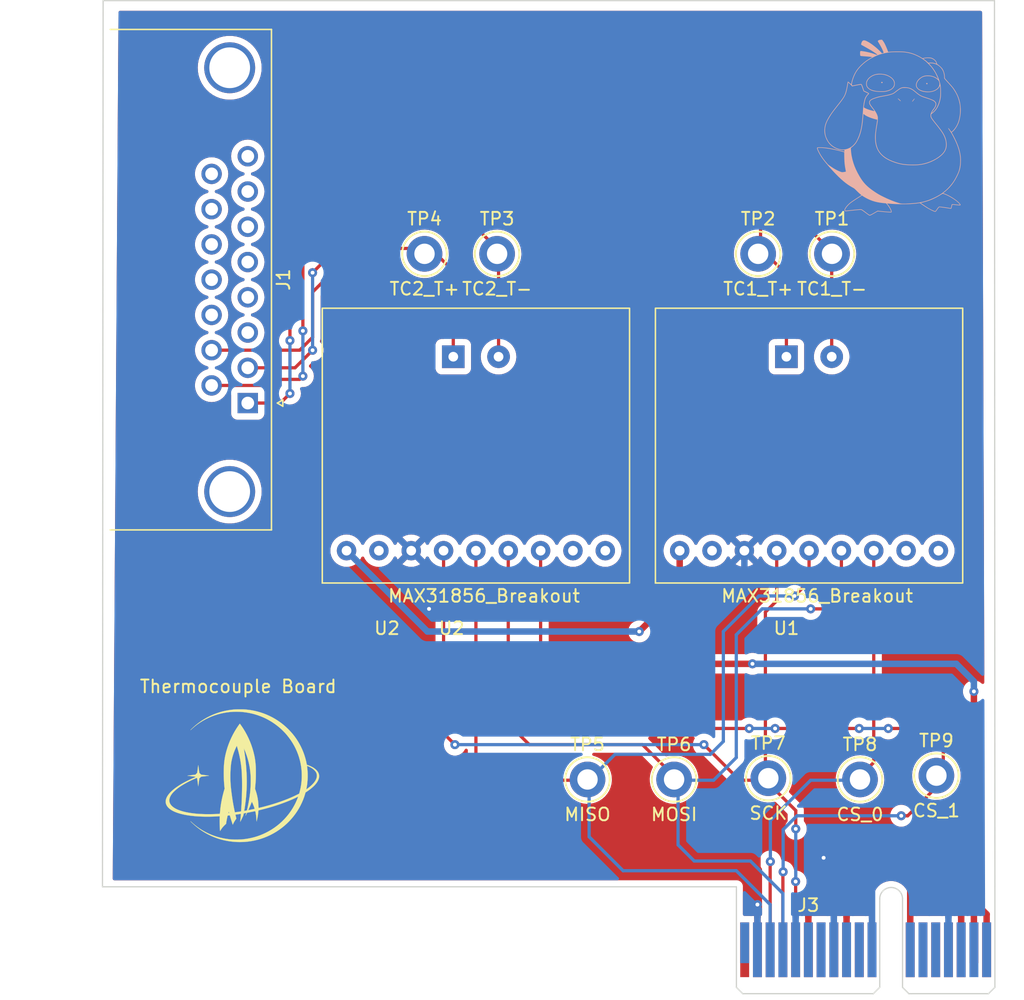
<source format=kicad_pcb>
(kicad_pcb (version 20211014) (generator pcbnew)
  (layers (0 "F.Cu" signal) (31 "B.Cu" signal) (34 "B.Paste" user) (35 "F.Paste" user) (36 "B.SilkS" user "B.Silkscreen") (37 "F.SilkS" user "F.Silkscreen") (38 "B.Mask" user) (39 "F.Mask" user) (44 "Edge.Cuts" user))
  (net 0 "")
  (net 1 "/TC1_T-")
  (net 2 "/TC1_T+")
  (net 3 "/TC2_T-")
  (net 4 "/TC2_T+")
  (net 6 "GND")
  (net 17 "+3.3V")
  (net 18 "/SPI_MISO")
  (net 19 "/SPI_MOSI")
  (net 20 "/SPI_SCK")
  (net 21 "/SPI_CS_0")
  (net 22 "/SPI_CS_1")
  (footprint "TestPoint:TestPoint_Keystone_5010-5014_Multipurpose" (layer "F.Cu") (at 217.4 121)
    (fp_text reference "TP7" (at 0 -2.75) (layer "F.SilkS"))
    (fp_text value "SCK" (at 0 2.75) (layer "F.SilkS"))
    (pad "1" thru_hole circle (at 0 0) (size 2.8 2.8) (drill 1.6) (layers *.Cu *.Mask) (net 20 "/SPI_SCK"))
  )
  (footprint "TestPoint:TestPoint_Keystone_5010-5014_Multipurpose" (layer "F.Cu") (at 196.1 79.8)
    (fp_text reference "TP3" (at 0 -2.75) (layer "F.SilkS"))
    (fp_text value "TC2_T-" (at 0 2.75) (layer "F.SilkS"))
    (pad "1" thru_hole circle (at 0 0) (size 2.8 2.8) (drill 1.6) (layers *.Cu *.Mask) (net 3 "/TC2_T-"))
  )
  (footprint "TestPoint:TestPoint_Keystone_5010-5014_Multipurpose" (layer "F.Cu") (at 203.2 121.1)
    (fp_text reference "TP5" (at 0 -2.75) (layer "F.SilkS"))
    (fp_text value "MISO" (at 0 2.75) (layer "F.SilkS"))
    (pad "1" thru_hole circle (at 0 0) (size 2.8 2.8) (drill 1.6) (layers *.Cu *.Mask) (net 18 "/SPI_MISO"))
  )
  (footprint "DSUB_622-015-260-042:DSUB_622-015-260-042" (layer "F.Cu") (at 176.520331 91.525 -90)
    (fp_text reference "J1" (at -9.695 -2.8 90) (layer "F.SilkS"))
    (fp_text value "DB15_Female")
    (pad "0" thru_hole circle (at -26.345 1.42 270) (size 4 4) (drill 3.2) (layers *.Cu *.Mask))
    (pad "0" thru_hole circle (at 6.955 1.42 270) (size 4 4) (drill 3.2) (layers *.Cu *.Mask))
    (pad "1" thru_hole rect (at 0 0 270) (size 1.6 1.6) (drill 1) (layers *.Cu *.Mask) (net 1 "/TC1_T-"))
    (pad "2" thru_hole circle (at -2.77 0 270) (size 1.6 1.6) (drill 1) (layers *.Cu *.Mask) (net 3 "/TC2_T-"))
    (pad "3" thru_hole circle (at -5.54 0 270) (size 1.6 1.6) (drill 1) (layers *.Cu *.Mask))
    (pad "4" thru_hole circle (at -8.31 0 270) (size 1.6 1.6) (drill 1) (layers *.Cu *.Mask))
    (pad "5" thru_hole circle (at -11.08 0 270) (size 1.6 1.6) (drill 1) (layers *.Cu *.Mask))
    (pad "6" thru_hole circle (at -13.85 0 270) (size 1.6 1.6) (drill 1) (layers *.Cu *.Mask))
    (pad "7" thru_hole circle (at -16.62 0 270) (size 1.6 1.6) (drill 1) (layers *.Cu *.Mask))
    (pad "8" thru_hole circle (at -19.39 0 270) (size 1.6 1.6) (drill 1) (layers *.Cu *.Mask))
    (pad "9" thru_hole circle (at -1.385 2.84 270) (size 1.6 1.6) (drill 1) (layers *.Cu *.Mask) (net 2 "/TC1_T+"))
    (pad "10" thru_hole circle (at -4.155 2.84 270) (size 1.6 1.6) (drill 1) (layers *.Cu *.Mask) (net 4 "/TC2_T+"))
    (pad "11" thru_hole circle (at -6.925 2.84 270) (size 1.6 1.6) (drill 1) (layers *.Cu *.Mask))
    (pad "12" thru_hole circle (at -9.695 2.84 270) (size 1.6 1.6) (drill 1) (layers *.Cu *.Mask))
    (pad "13" thru_hole circle (at -12.465 2.84 270) (size 1.6 1.6) (drill 1) (layers *.Cu *.Mask))
    (pad "14" thru_hole circle (at -15.235 2.84 270) (size 1.6 1.6) (drill 1) (layers *.Cu *.Mask))
    (pad "15" thru_hole circle (at -18.005 2.84 270) (size 1.6 1.6) (drill 1) (layers *.Cu *.Mask))
  )
  (footprint "MAX31856_Breakout:MAX31856_Breakout" (layer "F.Cu") (at 195.072 91.44)
    (fp_text reference "U2" (at -7.62 17.78 unlocked) (layer "F.SilkS"))
    (fp_text value "MAX31856_Breakout" (at 0 15.24 unlocked) (layer "F.SilkS"))
    (fp_text user "${REFERENCE}" (at -2.54 17.78 unlocked) (layer "F.SilkS"))
    (pad "1" thru_hole circle (at 1.143 -3.556 90) (size 1.778 1.778) (drill 0.762) (layers *.Cu *.Mask) (net 3 "/TC2_T-"))
    (pad "2" thru_hole rect (at -2.413 -3.556 90) (size 1.778 1.778) (drill 0.762) (layers *.Cu *.Mask) (net 4 "/TC2_T+"))
    (pad "3" thru_hole circle (at 9.525 11.684 90) (size 1.524 1.524) (drill 0.762) (layers *.Cu *.Mask))
    (pad "4" thru_hole circle (at 6.985 11.684 90) (size 1.524 1.524) (drill 0.762) (layers *.Cu *.Mask))
    (pad "5" thru_hole circle (at 4.445 11.684 90) (size 1.524 1.524) (drill 0.762) (layers *.Cu *.Mask) (net 22 "/SPI_CS_1"))
    (pad "6" thru_hole circle (at 1.905 11.684 90) (size 1.524 1.524) (drill 0.762) (layers *.Cu *.Mask) (net 19 "/SPI_MOSI"))
    (pad "7" thru_hole circle (at -0.635 11.684 90) (size 1.524 1.524) (drill 0.762) (layers *.Cu *.Mask) (net 18 "/SPI_MISO"))
    (pad "8" thru_hole circle (at -3.175 11.684 90) (size 1.524 1.524) (drill 0.762) (layers *.Cu *.Mask) (net 20 "/SPI_SCK"))
    (pad "9" thru_hole circle (at -5.715 11.684 90) (size 1.524 1.524) (drill 0.762) (layers *.Cu *.Mask) (net 6 "GND"))
    (pad "10" thru_hole circle (at -8.255 11.684 90) (size 1.524 1.524) (drill 0.762) (layers *.Cu *.Mask))
    (pad "11" thru_hole circle (at -10.795 11.684 90) (size 1.524 1.524) (drill 0.762) (layers *.Cu *.Mask) (net 17 "+3.3V"))
  )
  (footprint "TestPoint:TestPoint_Keystone_5010-5014_Multipurpose" (layer "F.Cu") (at 216.6 79.8)
    (fp_text reference "TP2" (at 0 -2.75) (layer "F.SilkS"))
    (fp_text value "TC1_T+" (at 0 2.75) (layer "F.SilkS"))
    (pad "1" thru_hole circle (at 0 0) (size 2.8 2.8) (drill 1.6) (layers *.Cu *.Mask) (net 2 "/TC1_T+"))
  )
  (footprint "TestPoint:TestPoint_Keystone_5010-5014_Multipurpose" (layer "F.Cu") (at 210 121.1)
    (fp_text reference "TP6" (at 0 -2.75) (layer "F.SilkS"))
    (fp_text value "MOSI" (at 0 2.75) (layer "F.SilkS"))
    (pad "1" thru_hole circle (at 0 0) (size 2.8 2.8) (drill 1.6) (layers *.Cu *.Mask) (net 19 "/SPI_MOSI"))
  )
  (footprint "TestPoint:TestPoint_Keystone_5010-5014_Multipurpose" (layer "F.Cu") (at 230.6 120.8)
    (fp_text reference "TP9" (at 0 -2.75) (layer "F.SilkS"))
    (fp_text value "CS_1" (at 0 2.75) (layer "F.SilkS"))
    (pad "1" thru_hole circle (at 0 0) (size 2.8 2.8) (drill 1.6) (layers *.Cu *.Mask) (net 22 "/SPI_CS_1"))
  )
  (footprint "TestPoint:TestPoint_Keystone_5010-5014_Multipurpose" (layer "F.Cu") (at 224.6 121.1)
    (fp_text reference "TP8" (at 0 -2.75) (layer "F.SilkS"))
    (fp_text value "CS_0" (at 0 2.75) (layer "F.SilkS"))
    (pad "1" thru_hole circle (at 0 0) (size 2.8 2.8) (drill 1.6) (layers *.Cu *.Mask) (net 21 "/SPI_CS_0"))
  )
  (footprint "star-common-lib:star_12x10" (layer "F.Cu") (at 176.1 120.8)
    (fp_text reference "G***" hide)
    (fp_text value "LOGO" hide)
  )
  (footprint "PCIe_x1_card_edge:PCIe_x1_card_edge" (layer "F.Cu") (at 215.544 134.481)
    (fp_text reference "J3" (at 5 -3.5) (layer "F.SilkS"))
    (fp_text value "PCIE-LP-01-01-F-DV-A-TR")
    (fp_line (start 12.395 2.95) (end 12.895 3.45) (layer "Edge.Cuts") (width 0.1))
    (fp_line (start -0.65 2.95) (end -0.15 3.45) (layer "Edge.Cuts") (width 0.1))
    (fp_line (start -0.15 3.45) (end 10.105 3.45) (layer "Edge.Cuts") (width 0.1))
    (fp_line (start 10.605 2.95) (end 10.105 3.45) (layer "Edge.Cuts") (width 0.1))
    (fp_line (start -0.65 -4.95) (end -0.65 2.95) (layer "Edge.Cuts") (width 0.1))
    (fp_line (start 12.895 3.45) (end 19.15 3.45) (layer "Edge.Cuts") (width 0.1))
    (fp_line (start 12.395 -4) (end 12.395 2.95) (layer "Edge.Cuts") (width 0.1))
    (fp_line (start 19.65 2.95) (end 19.15 3.45) (layer "Edge.Cuts") (width 0.1))
    (fp_line (start 19.65 -4.95) (end 19.65 2.95) (layer "Edge.Cuts") (width 0.1))
    (fp_line (start 10.605 -4) (end 10.605 2.95) (layer "Edge.Cuts") (width 0.1))
    (fp_arc (start 10.605 -4) (mid 11.5 -4.895) (end 12.395 -4) (layer "Edge.Cuts") (width 0.1))
    (pad "A1" connect rect (at 0 -0.55) (size 0.7 3.2) (layers "B.Cu" "B.Mask"))
    (pad "A2" connect rect (at 1 0) (size 0.7 4.3) (layers "B.Cu" "B.Mask") (net 6 "GND"))
    (pad "A3" connect rect (at 2 0) (size 0.7 4.3) (layers "B.Cu" "B.Mask") (net 18 "/SPI_MISO"))
    (pad "A4" connect rect (at 3 0) (size 0.7 4.3) (layers "B.Cu" "B.Mask") (net 19 "/SPI_MOSI"))
    (pad "A5" connect rect (at 4 0) (size 0.7 4.3) (layers "B.Cu" "B.Mask") (net 6 "GND"))
    (pad "A6" connect rect (at 5 0) (size 0.7 4.3) (layers "B.Cu" "B.Mask"))
    (pad "A7" connect rect (at 6 0) (size 0.7 4.3) (layers "B.Cu" "B.Mask"))
    (pad "A8" connect rect (at 7 0) (size 0.7 4.3) (layers "B.Cu" "B.Mask") (net 6 "GND"))
    (pad "A9" connect rect (at 8 0) (size 0.7 4.3) (layers "B.Cu" "B.Mask"))
    (pad "A10" connect rect (at 9 0) (size 0.7 4.3) (layers "B.Cu" "B.Mask"))
    (pad "A11" connect rect (at 10 0) (size 0.7 4.3) (layers "B.Cu" "B.Mask") (net 6 "GND"))
    (pad "A12" connect rect (at 13 0) (size 0.7 4.3) (layers "B.Cu" "B.Mask"))
    (pad "A13" connect rect (at 14 0) (size 0.7 4.3) (layers "B.Cu" "B.Mask"))
    (pad "A14" connect rect (at 15 0) (size 0.7 4.3) (layers "B.Cu" "B.Mask"))
    (pad "A15" connect rect (at 16 0) (size 0.7 4.3) (layers "B.Cu" "B.Mask") (net 6 "GND"))
    (pad "A16" connect rect (at 17 0) (size 0.7 4.3) (layers "B.Cu" "B.Mask"))
    (pad "A17" connect rect (at 18 0) (size 0.7 4.3) (layers "B.Cu" "B.Mask"))
    (pad "A18" connect rect (at 19 0) (size 0.7 4.3) (layers "B.Cu" "B.Mask"))
    (pad "B1" connect rect (at 0 0) (size 0.7 4.3) (layers "F.Cu" "F.Mask"))
    (pad "B2" connect rect (at 1 0) (size 0.7 4.3) (layers "F.Cu" "F.Mask") (net 6 "GND"))
    (pad "B3" connect rect (at 2 0) (size 0.7 4.3) (layers "F.Cu" "F.Mask") (net 21 "/SPI_CS_0"))
    (pad "B4" connect rect (at 3 0) (size 0.7 4.3) (layers "F.Cu" "F.Mask") (net 22 "/SPI_CS_1"))
    (pad "B5" connect rect (at 4 0) (size 0.7 4.3) (layers "F.Cu" "F.Mask") (net 20 "/SPI_SCK"))
    (pad "B6" connect rect (at 5 0) (size 0.7 4.3) (layers "F.Cu" "F.Mask") (net 6 "GND"))
    (pad "B7" connect rect (at 6 0) (size 0.7 4.3) (layers "F.Cu" "F.Mask"))
    (pad "B8" connect rect (at 7 0) (size 0.7 4.3) (layers "F.Cu" "F.Mask"))
    (pad "B9" connect rect (at 8 0) (size 0.7 4.3) (layers "F.Cu" "F.Mask") (net 6 "GND"))
    (pad "B10" connect rect (at 9 0) (size 0.7 4.3) (layers "F.Cu" "F.Mask"))
    (pad "B11" connect rect (at 10 0) (size 0.7 4.3) (layers "F.Cu" "F.Mask"))
    (pad "B12" connect rect (at 13 0) (size 0.7 4.3) (layers "F.Cu" "F.Mask") (net 6 "GND"))
    (pad "B13" connect rect (at 14 0) (size 0.7 4.3) (layers "F.Cu" "F.Mask"))
    (pad "B14" connect rect (at 15 0) (size 0.7 4.3) (layers "F.Cu" "F.Mask"))
    (pad "B15" connect rect (at 16 0) (size 0.7 4.3) (layers "F.Cu" "F.Mask"))
    (pad "B16" connect rect (at 17 0) (size 0.7 4.3) (layers "F.Cu" "F.Mask") (net 6 "GND"))
    (pad "B17" connect rect (at 18 -0.55) (size 0.7 3.2) (layers "F.Cu" "F.Mask") (net 17 "+3.3V"))
    (pad "B18" connect rect (at 19 0) (size 0.7 4.3) (layers "F.Cu" "F.Mask") (net 17 "+3.3V"))
  )
  (footprint "MAX31856_Breakout:MAX31856_Breakout" (layer "F.Cu") (at 221.234 91.44)
    (fp_text reference "U1" (at -2.413 17.78 unlocked) (layer "F.SilkS"))
    (fp_text value "MAX31856_Breakout" (at 0 15.24 unlocked) (layer "F.SilkS"))
    (pad "1" thru_hole circle (at 1.143 -3.556 90) (size 1.778 1.778) (drill 0.762) (layers *.Cu *.Mask) (net 1 "/TC1_T-"))
    (pad "2" thru_hole rect (at -2.413 -3.556 90) (size 1.778 1.778) (drill 0.762) (layers *.Cu *.Mask) (net 2 "/TC1_T+"))
    (pad "3" thru_hole circle (at 9.525 11.684 90) (size 1.524 1.524) (drill 0.762) (layers *.Cu *.Mask))
    (pad "4" thru_hole circle (at 6.985 11.684 90) (size 1.524 1.524) (drill 0.762) (layers *.Cu *.Mask))
    (pad "5" thru_hole circle (at 4.445 11.684 90) (size 1.524 1.524) (drill 0.762) (layers *.Cu *.Mask) (net 21 "/SPI_CS_0"))
    (pad "6" thru_hole circle (at 1.905 11.684 90) (size 1.524 1.524) (drill 0.762) (layers *.Cu *.Mask) (net 19 "/SPI_MOSI"))
    (pad "7" thru_hole circle (at -0.635 11.684 90) (size 1.524 1.524) (drill 0.762) (layers *.Cu *.Mask) (net 18 "/SPI_MISO"))
    (pad "8" thru_hole circle (at -3.175 11.684 90) (size 1.524 1.524) (drill 0.762) (layers *.Cu *.Mask) (net 20 "/SPI_SCK"))
    (pad "9" thru_hole circle (at -5.715 11.684 90) (size 1.524 1.524) (drill 0.762) (layers *.Cu *.Mask) (net 6 "GND"))
    (pad "10" thru_hole circle (at -8.255 11.684 90) (size 1.524 1.524) (drill 0.762) (layers *.Cu *.Mask))
    (pad "11" thru_hole circle (at -10.795 11.684 90) (size 1.524 1.524) (drill 0.762) (layers *.Cu *.Mask) (net 17 "+3.3V"))
  )
  (footprint "TestPoint:TestPoint_Keystone_5010-5014_Multipurpose" (layer "F.Cu") (at 190.4 79.8)
    (fp_text reference "TP4" (at 0 -2.75) (layer "F.SilkS"))
    (fp_text value "TC2_T+" (at 0 2.75) (layer "F.SilkS"))
    (pad "1" thru_hole circle (at 0 0) (size 2.8 2.8) (drill 1.6) (layers *.Cu *.Mask) (net 4 "/TC2_T+"))
  )
  (footprint "TestPoint:TestPoint_Keystone_5010-5014_Multipurpose" (layer "F.Cu") (at 222.4 79.8)
    (fp_text reference "TP1" (at 0 -2.75) (layer "F.SilkS"))
    (fp_text value "TC1_T-" (at 0 2.75) (layer "F.SilkS"))
    (pad "1" thru_hole circle (at 0 0) (size 2.8 2.8) (drill 1.6) (layers *.Cu *.Mask) (net 1 "/TC1_T-"))
  )
  (footprint "LOGO" (layer "B.Cu") (at 227.076 69.85 180)
    (fp_text reference "G***" hide)
    (fp_text value "LOGO" hide)
  )
  (gr_line (start 235.16 59.906) (end 235.194 129.531) (layer "Edge.Cuts") (width 0.1))
  (gr_line (start 165.16 59.906) (end 165.11 129.531) (layer "Edge.Cuts") (width 0.1))
  (gr_line (start 165.16 59.906) (end 235.16 59.906) (layer "Edge.Cuts") (width 0.1))
  (gr_line (start 214.894 129.531) (end 165.11 129.531) (layer "Edge.Cuts") (width 0.1))
  (gr_text "Thermocouple Board" (at 175.768 113.792) (layer "F.SilkS") (effects (font (size 1 1))))
  (segment (start 180.086 79.248) (end 179.832 79.502) (width 0.254) (layer "F.Cu") (net 1))
  (segment (start 179.832 90.7729) (end 179.0799 91.525) (width 0.254) (layer "F.Cu") (net 1))
  (segment (start 184.15 75.184) (end 180.086 79.248) (width 0.254) (layer "F.Cu") (net 1))
  (segment (start 222.377 87.884) (end 222.377 79.629) (width 0.254) (layer "F.Cu") (net 1))
  (segment (start 222.377 79.629) (end 222.25 79.502) (width 0.254) (layer "F.Cu") (net 1))
  (segment (start 216.662 75.184) (end 184.15 75.184) (width 0.254) (layer "F.Cu") (net 1))
  (segment (start 222.25 79.502) (end 217.932 75.184) (width 0.254) (layer "F.Cu") (net 1))
  (segment (start 179.0799 91.525) (end 176.520331 91.525) (width 0.254) (layer "F.Cu") (net 1))
  (segment (start 217.932 75.184) (end 216.662 75.184) (width 0.254) (layer "F.Cu") (net 1))
  (segment (start 179.832 79.502) (end 179.832 86.614) (width 0.254) (layer "F.Cu") (net 1))
  (via (at 179.832 86.614) (size 0.7112) (drill 0.3048) (layers "F.Cu" "B.Cu") (net 1))
  (via (at 179.832 90.7729) (size 0.7112) (drill 0.3048) (layers "F.Cu" "B.Cu") (net 1))
  (segment (start 179.832 86.614) (end 179.832 90.7729) (width 0.254) (layer "B.Cu") (net 1))
  (segment (start 180.594 89.662) (end 178.562 89.662) (width 0.254) (layer "F.Cu") (net 2))
  (segment (start 218.821 81.407) (end 216.789 79.375) (width 0.254) (layer "F.Cu") (net 2))
  (segment (start 216.789 79.375) (end 216.789 77.343) (width 0.254) (layer "F.Cu") (net 2))
  (segment (start 180.848 80.01) (end 180.848 80.264) (width 0.254) (layer "F.Cu") (net 2))
  (segment (start 178.562 89.662) (end 178.084 90.14) (width 0.254) (layer "F.Cu") (net 2))
  (segment (start 218.821 87.884) (end 218.821 81.407) (width 0.254) (layer "F.Cu") (net 2))
  (segment (start 215.646 76.2) (end 184.658 76.2) (width 0.254) (layer "F.Cu") (net 2))
  (segment (start 180.848 80.264) (end 180.848 85.852) (width 0.254) (layer "F.Cu") (net 2))
  (segment (start 184.658 76.2) (end 180.848 80.01) (width 0.254) (layer "F.Cu") (net 2))
  (segment (start 178.084 90.14) (end 173.680331 90.14) (width 0.254) (layer "F.Cu") (net 2))
  (segment (start 180.848 89.408) (end 180.594 89.662) (width 0.254) (layer "F.Cu") (net 2))
  (segment (start 216.789 77.343) (end 215.646 76.2) (width 0.254) (layer "F.Cu") (net 2))
  (via (at 180.848 89.408) (size 0.7112) (drill 0.3048) (layers "F.Cu" "B.Cu") (net 2))
  (via (at 180.848 85.852) (size 0.7112) (drill 0.3048) (layers "F.Cu" "B.Cu") (net 2))
  (segment (start 180.848 85.852) (end 180.848 89.408) (width 0.254) (layer "B.Cu") (net 2))
  (segment (start 196.215 79.502) (end 196.088 79.375) (width 0.254) (layer "F.Cu") (net 3))
  (segment (start 180.231 88.755) (end 176.520331 88.755) (width 0.254) (layer "F.Cu") (net 3))
  (segment (start 193.675 76.962) (end 185.928 76.962) (width 0.254) (layer "F.Cu") (net 3))
  (segment (start 185.928 76.962) (end 181.61 81.28) (width 0.254) (layer "F.Cu") (net 3))
  (segment (start 196.088 79.375) (end 193.675 76.962) (width 0.254) (layer "F.Cu") (net 3))
  (segment (start 181.61 87.376) (end 180.231 88.755) (width 0.254) (layer "F.Cu") (net 3))
  (segment (start 196.215 87.884) (end 196.215 79.502) (width 0.254) (layer "F.Cu") (net 3))
  (via (at 181.61 87.376) (size 0.7112) (drill 0.3048) (layers "F.Cu" "B.Cu") (net 3))
  (via (at 181.61 81.28) (size 0.7112) (drill 0.3048) (layers "F.Cu" "B.Cu") (net 3))
  (segment (start 181.61 81.28) (end 181.61 87.376) (width 0.254) (layer "B.Cu") (net 3))
  (segment (start 181.61 82.804) (end 181.61 86.36) (width 0.254) (layer "F.Cu") (net 4))
  (segment (start 192.659 87.884) (end 192.659 81.153) (width 0.254) (layer "F.Cu") (net 4))
  (segment (start 180.6 87.37) (end 173.680331 87.37) (width 0.254) (layer "F.Cu") (net 4))
  (segment (start 181.61 86.36) (end 180.6 87.37) (width 0.254) (layer "F.Cu") (net 4))
  (segment (start 185.039 79.375) (end 181.61 82.804) (width 0.254) (layer "F.Cu") (net 4))
  (segment (start 190.881 79.375) (end 185.039 79.375) (width 0.254) (layer "F.Cu") (net 4))
  (segment (start 192.659 81.153) (end 190.881 79.375) (width 0.254) (layer "F.Cu") (net 4))
  (segment (start 220.544 129.722) (end 223.012 127.254) (width 0.508) (layer "F.Cu") (net 6))
  (segment (start 232.544 134.481) (end 232.544 129.674) (width 0.508) (layer "F.Cu") (net 6))
  (segment (start 219.964 127) (end 218.186 125.222) (width 0.508) (layer "F.Cu") (net 6))
  (segment (start 221.742 127.254) (end 220.218 127.254) (width 0.508) (layer "F.Cu") (net 6))
  (segment (start 223.544 134.481) (end 223.544 129.008) (width 0.508) (layer "F.Cu") (net 6))
  (segment (start 223.544 129.008) (end 225.298 127.254) (width 0.508) (layer "F.Cu") (net 6))
  (segment (start 228.544 128.468) (end 227.33 127.254) (width 0.508) (layer "F.Cu") (net 6))
  (segment (start 190.754 121.666) (end 190.754 107.696) (width 0.508) (layer "F.Cu") (net 6))
  (segment (start 227.33 127.254) (end 225.298 127.254) (width 0.508) (layer "F.Cu") (net 6))
  (segment (start 216.544 134.481) (end 216.544 130.928) (width 0.508) (layer "F.Cu") (net 6))
  (segment (start 228.544 134.481) (end 228.544 128.468) (width 0.508) (layer "F.Cu") (net 6))
  (segment (start 194.31 125.222) (end 190.754 121.666) (width 0.508) (layer "F.Cu") (net 6))
  (segment (start 220.544 134.481) (end 220.544 129.722) (width 0.508) (layer "F.Cu") (net 6))
  (segment (start 208.534 125.222) (end 194.31 125.222) (width 0.508) (layer "F.Cu") (net 6))
  (segment (start 218.186 125.222) (end 215.392 125.222) (width 0.508) (layer "F.Cu") (net 6))
  (segment (start 223.012 127.254) (end 221.742 127.254) (width 0.508) (layer "F.Cu") (net 6))
  (segment (start 220.218 127.254) (end 219.964 127) (width 0.508) (layer "F.Cu") (net 6))
  (segment (start 232.544 129.674) (end 230.124 127.254) (width 0.508) (layer "F.Cu") (net 6))
  (segment (start 230.124 127.254) (end 227.33 127.254) (width 0.508) (layer "F.Cu") (net 6))
  (segment (start 216.544 126.374) (end 215.392 125.222) (width 0.508) (layer "F.Cu") (net 6))
  (segment (start 216.544 130.928) (end 216.544 126.374) (width 0.508) (layer "F.Cu") (net 6))
  (segment (start 225.298 127.254) (end 223.012 127.254) (width 0.508) (layer "F.Cu") (net 6))
  (segment (start 215.392 125.222) (end 208.534 125.222) (width 0.508) (layer "F.Cu") (net 6))
  (via (at 190.754 107.696) (size 0.7112) (drill 0.3048) (layers "F.Cu" "B.Cu") (net 6))
  (via (at 216.544 130.928) (size 0.7112) (drill 0.3048) (layers "F.Cu" "B.Cu") (net 6))
  (via (at 221.742 127.254) (size 0.7112) (drill 0.3048) (layers "F.Cu" "B.Cu") (net 6))
  (segment (start 231.544 134.481) (end 231.544 128.674) (width 0.508) (layer "B.Cu") (net 6))
  (segment (start 222.544 134.481) (end 222.544 128.738) (width 0.508) (layer "B.Cu") (net 6))
  (segment (start 190.754 107.696) (end 190.754 104.648) (width 0.508) (layer "B.Cu") (net 6))
  (segment (start 214.122 107.696) (end 215.519 106.299) (width 0.508) (layer "B.Cu") (net 6))
  (segment (start 190.754 104.648) (end 190.8175 104.5845) (width 0.508) (layer "B.Cu") (net 6))
  (segment (start 219.544 131.738) (end 222.544 128.738) (width 0.508) (layer "B.Cu") (net 6))
  (segment (start 215.519 106.299) (end 215.519 103.124) (width 0.508) (layer "B.Cu") (net 6))
  (segment (start 219.544 134.481) (end 219.544 131.738) (width 0.508) (layer "B.Cu") (net 6))
  (segment (start 193.929 107.696) (end 214.122 107.696) (width 0.508) (layer "B.Cu") (net 6))
  (segment (start 216.544 134.481) (end 216.544 130.928) (width 0.508) (layer "B.Cu") (net 6))
  (segment (start 224.028 127.254) (end 221.742 127.254) (width 0.508) (layer "B.Cu") (net 6))
  (segment (start 225.544 128.278) (end 226.568 127.254) (width 0.508) (layer "B.Cu") (net 6))
  (segment (start 231.544 128.674) (end 230.124 127.254) (width 0.508) (layer "B.Cu") (net 6))
  (segment (start 190.8175 104.5845) (end 193.929 107.696) (width 0.508) (layer "B.Cu") (net 6))
  (segment (start 222.544 128.738) (end 224.028 127.254) (width 0.508) (layer "B.Cu") (net 6))
  (segment (start 230.124 127.254) (end 226.568 127.254) (width 0.508) (layer "B.Cu") (net 6))
  (segment (start 225.544 134.481) (end 225.544 128.278) (width 0.508) (layer "B.Cu") (net 6))
  (segment (start 226.568 127.254) (end 224.028 127.254) (width 0.508) (layer "B.Cu") (net 6))
  (segment (start 189.357 103.124) (end 190.8175 104.5845) (width 0.508) (layer "B.Cu") (net 6))
  (segment (start 210.439 106.299) (end 210.439 103.124) (width 0.508) (layer "F.Cu") (net 17))
  (segment (start 208.153 108.585) (end 211.582 112.014) (width 0.508) (layer "F.Cu") (net 17))
  (segment (start 234.544 134.481) (end 234.544 131.692) (width 0.508) (layer "F.Cu") (net 17))
  (segment (start 211.582 112.014) (end 216.154 112.014) (width 0.508) (layer "F.Cu") (net 17))
  (segment (start 208.153 108.585) (end 210.439 106.299) (width 0.508) (layer "F.Cu") (net 17))
  (segment (start 207.264 109.474) (end 208.153 108.585) (width 0.508) (layer "F.Cu") (net 17))
  (segment (start 234.544 131.692) (end 233.544 130.692) (width 0.508) (layer "F.Cu") (net 17))
  (segment (start 233.544 130.692) (end 233.544 133.931) (width 0.508) (layer "F.Cu") (net 17))
  (segment (start 233.544 114.182) (end 233.544 130.692) (width 0.508) (layer "F.Cu") (net 17))
  (via (at 233.544 114.182) (size 0.7112) (drill 0.3048) (layers "F.Cu" "B.Cu") (net 17))
  (via (at 216.154 112.014) (size 0.7112) (drill 0.3048) (layers "F.Cu" "B.Cu") (net 17))
  (via (at 207.264 109.474) (size 0.7112) (drill 0.3048) (layers "F.Cu" "B.Cu") (net 17))
  (segment (start 184.277 103.124) (end 190.627 109.474) (width 0.508) (layer "B.Cu") (net 17))
  (segment (start 216.154 112.014) (end 232.156 112.014) (width 0.508) (layer "B.Cu") (net 17))
  (segment (start 233.544 113.402) (end 233.544 114.182) (width 0.508) (layer "B.Cu") (net 17))
  (segment (start 190.627 109.474) (end 207.264 109.474) (width 0.508) (layer "B.Cu") (net 17))
  (segment (start 232.156 112.014) (end 233.544 113.402) (width 0.508) (layer "B.Cu") (net 17))
  (segment (start 194.437 119.761) (end 195.834 121.158) (width 0.254) (layer "F.Cu") (net 18))
  (segment (start 220.599 105.537) (end 219.456 106.68) (width 0.254) (layer "F.Cu") (net 18))
  (segment (start 195.834 121.158) (end 203.327 121.158) (width 0.254) (layer "F.Cu") (net 18))
  (segment (start 194.437 103.124) (end 194.437 119.761) (width 0.254) (layer "F.Cu") (net 18))
  (segment (start 220.599 103.124) (end 220.599 105.537) (width 0.254) (layer "F.Cu") (net 18))
  (via (at 219.456 106.68) (size 0.7112) (drill 0.3048) (layers "F.Cu" "B.Cu") (net 18))
  (segment (start 205.359 119.126) (end 203.327 121.158) (width 0.254) (layer "B.Cu") (net 18))
  (segment (start 203.327 121.158) (end 203.327 125.603) (width 0.254) (layer "B.Cu") (net 18))
  (segment (start 205.994 128.27) (end 214.884 128.27) (width 0.254) (layer "B.Cu") (net 18))
  (segment (start 219.456 106.68) (end 216.662 106.68) (width 0.254) (layer "B.Cu") (net 18))
  (segment (start 214.884 128.27) (end 217.544 130.93) (width 0.254) (layer "B.Cu") (net 18))
  (segment (start 203.327 125.603) (end 205.994 128.27) (width 0.254) (layer "B.Cu") (net 18))
  (segment (start 212.852 119.126) (end 205.359 119.126) (width 0.254) (layer "B.Cu") (net 18))
  (segment (start 213.868 118.11) (end 212.852 119.126) (width 0.254) (layer "B.Cu") (net 18))
  (segment (start 216.662 106.68) (end 213.868 109.474) (width 0.254) (layer "B.Cu") (net 18))
  (segment (start 217.544 130.93) (end 217.544 134.481) (width 0.254) (layer "B.Cu") (net 18))
  (segment (start 213.868 109.474) (end 213.868 118.11) (width 0.254) (layer "B.Cu") (net 18))
  (segment (start 207.518 118.364) (end 210.312 121.158) (width 0.254) (layer "F.Cu") (net 19))
  (segment (start 196.977 116.713) (end 198.628 118.364) (width 0.254) (layer "F.Cu") (net 19))
  (segment (start 223.139 103.124) (end 223.139 106.807) (width 0.254) (layer "F.Cu") (net 19))
  (segment (start 198.628 118.364) (end 207.518 118.364) (width 0.254) (layer "F.Cu") (net 19))
  (segment (start 223.139 106.807) (end 222.25 107.696) (width 0.254) (layer "F.Cu") (net 19))
  (segment (start 222.25 107.696) (end 220.726 107.696) (width 0.254) (layer "F.Cu") (net 19))
  (segment (start 196.977 103.124) (end 196.977 116.713) (width 0.254) (layer "F.Cu") (net 19))
  (via (at 220.726 107.696) (size 0.7112) (drill 0.3048) (layers "F.Cu" "B.Cu") (net 19))
  (segment (start 210.312 121.158) (end 210.312 126.238) (width 0.254) (layer "B.Cu") (net 19))
  (segment (start 216.916 107.696) (end 214.884 109.728) (width 0.254) (layer "B.Cu") (net 19))
  (segment (start 214.884 109.728) (end 214.884 119.38) (width 0.254) (layer "B.Cu") (net 19))
  (segment (start 215.995867 127.508) (end 218.544 130.056133) (width 0.254) (layer "B.Cu") (net 19))
  (segment (start 213.106 121.158) (end 210.312 121.158) (width 0.254) (layer "B.Cu") (net 19))
  (segment (start 210.312 126.238) (end 211.582 127.508) (width 0.254) (layer "B.Cu") (net 19))
  (segment (start 218.544 130.056133) (end 218.544 134.481) (width 0.254) (layer "B.Cu") (net 19))
  (segment (start 220.726 107.696) (end 216.916 107.696) (width 0.254) (layer "B.Cu") (net 19))
  (segment (start 211.582 127.508) (end 215.995867 127.508) (width 0.254) (layer "B.Cu") (net 19))
  (segment (start 214.884 119.38) (end 213.106 121.158) (width 0.254) (layer "B.Cu") (net 19))
  (segment (start 191.897 103.124) (end 191.897 117.475) (width 0.254) (layer "F.Cu") (net 20))
  (segment (start 217.17 107.95) (end 217.17 121.158) (width 0.254) (layer "F.Cu") (net 20))
  (segment (start 219.55439 123.54239) (end 219.55439 124.981222) (width 0.254) (layer "F.Cu") (net 20))
  (segment (start 212.344 118.364) (end 215.138 121.158) (width 0.254) (layer "F.Cu") (net 20))
  (segment (start 218.059 103.124) (end 218.059 107.061) (width 0.254) (layer "F.Cu") (net 20))
  (segment (start 219.544 129.12) (end 219.544 134.481) (width 0.254) (layer "F.Cu") (net 20))
  (segment (start 191.897 117.475) (end 192.786 118.364) (width 0.254) (layer "F.Cu") (net 20))
  (segment (start 218.059 107.061) (end 217.17 107.95) (width 0.254) (layer "F.Cu") (net 20))
  (segment (start 217.17 121.158) (end 219.55439 123.54239) (width 0.254) (layer "F.Cu") (net 20))
  (segment (start 215.138 121.158) (end 217.17 121.158) (width 0.254) (layer "F.Cu") (net 20))
  (via (at 192.786 118.364) (size 0.7112) (drill 0.3048) (layers "F.Cu" "B.Cu") (net 20))
  (via (at 219.55439 124.981222) (size 0.7112) (drill 0.3048) (layers "F.Cu" "B.Cu") (net 20))
  (via (at 212.344 118.364) (size 0.7112) (drill 0.3048) (layers "F.Cu" "B.Cu") (net 20))
  (via (at 219.544 129.12) (size 0.7112) (drill 0.3048) (layers "F.Cu" "B.Cu") (net 20))
  (segment (start 219.55439 124.981222) (end 219.55439 129.10961) (width 0.254) (layer "B.Cu") (net 20))
  (segment (start 219.55439 129.10961) (end 219.544 129.12) (width 0.254) (layer "B.Cu") (net 20))
  (segment (start 192.786 118.364) (end 212.344 118.364) (width 0.254) (layer "B.Cu") (net 20))
  (segment (start 217.560089 127.548349) (end 217.544 127.564438) (width 0.254) (layer "F.Cu") (net 21))
  (segment (start 225.679 119.761) (end 224.282 121.158) (width 0.254) (layer "F.Cu") (net 21))
  (segment (start 225.679 103.124) (end 225.679 119.761) (width 0.254) (layer "F.Cu") (net 21))
  (segment (start 217.544 127.564438) (end 217.544 134.481) (width 0.254) (layer "F.Cu") (net 21))
  (via (at 217.560089 127.548349) (size 0.7112) (drill 0.3048) (layers "F.Cu" "B.Cu") (net 21))
  (segment (start 217.560089 124.323911) (end 217.560089 127.548349) (width 0.254) (layer "B.Cu") (net 21))
  (segment (start 224.282 121.158) (end 220.726 121.158) (width 0.254) (layer "B.Cu") (net 21))
  (segment (start 220.726 121.158) (end 217.560089 124.323911) (width 0.254) (layer "B.Cu") (net 21))
  (segment (start 231.14 118.11) (end 231.14 121.158) (width 0.254) (layer "F.Cu") (net 22))
  (segment (start 217.932 117.094) (end 224.536 117.094) (width 0.254) (layer "F.Cu") (net 22))
  (segment (start 218.544 128.376894) (end 218.544 134.481) (width 0.254) (layer "F.Cu") (net 22))
  (segment (start 228.346 123.952) (end 227.838 123.952) (width 0.254) (layer "F.Cu") (net 22))
  (segment (start 218.563508 128.357386) (end 218.544 128.376894) (width 0.254) (layer "F.Cu") (net 22))
  (segment (start 226.822 117.094) (end 230.124 117.094) (width 0.254) (layer "F.Cu") (net 22))
  (segment (start 200.66 117.094) (end 215.9 117.094) (width 0.254) (layer "F.Cu") (net 22))
  (segment (start 199.517 103.124) (end 199.517 115.951) (width 0.254) (layer "F.Cu") (net 22))
  (segment (start 199.517 115.951) (end 200.66 117.094) (width 0.254) (layer "F.Cu") (net 22))
  (segment (start 231.14 121.158) (end 228.346 123.952) (width 0.254) (layer "F.Cu") (net 22))
  (segment (start 230.124 117.094) (end 231.14 118.11) (width 0.254) (layer "F.Cu") (net 22))
  (via (at 218.563508 128.357386) (size 0.7112) (drill 0.3048) (layers "F.Cu" "B.Cu") (net 22))
  (via (at 226.822 117.094) (size 0.7112) (drill 0.3048) (layers "F.Cu" "B.Cu") (net 22))
  (via (at 215.9 117.094) (size 0.7112) (drill 0.3048) (layers "F.Cu" "B.Cu") (net 22))
  (via (at 224.536 117.094) (size 0.7112) (drill 0.3048) (layers "F.Cu" "B.Cu") (net 22))
  (via (at 217.932 117.094) (size 0.7112) (drill 0.3048) (layers "F.Cu" "B.Cu") (net 22))
  (via (at 227.838 123.952) (size 0.7112) (drill 0.3048) (layers "F.Cu" "B.Cu") (net 22))
  (segment (start 215.9 117.094) (end 217.932 117.094) (width 0.254) (layer "B.Cu") (net 22))
  (segment (start 218.563508 125.038157) (end 218.563508 128.357386) (width 0.254) (layer "B.Cu") (net 22))
  (segment (start 224.536 117.094) (end 226.822 117.094) (width 0.254) (layer "B.Cu") (net 22))
  (segment (start 219.649665 123.952) (end 218.563508 125.038157) (width 0.254) (layer "B.Cu") (net 22))
  (segment (start 227.838 123.952) (end 219.649665 123.952) (width 0.254) (layer "B.Cu") (net 22))
  (zone (net 6) (net_name "GND") (layers F&B.Cu) (connect_pads (clearance 0.508)) (min_thickness 0.254) (fill yes (thermal_gap 0.508) (thermal_bridge_width 0.508))
    (polygon (pts (xy 234.442 137.16) (xy 165.862 137.16) (xy 166.37 60.706) (xy 234.188 60.706)))
  )
)
</source>
